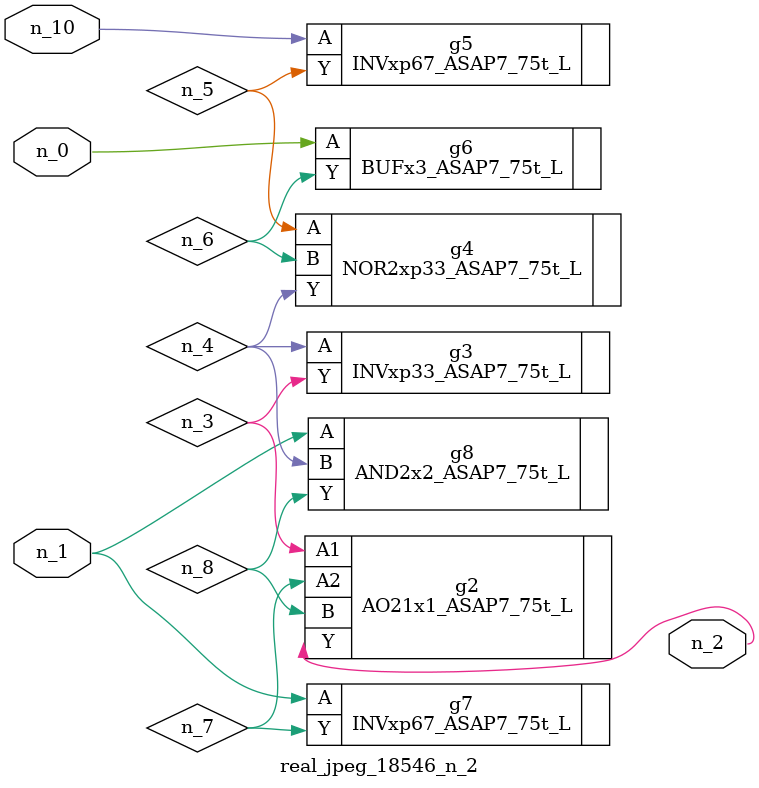
<source format=v>
module real_jpeg_18546_n_2 (n_1, n_10, n_0, n_2);

input n_1;
input n_10;
input n_0;

output n_2;

wire n_5;
wire n_4;
wire n_8;
wire n_6;
wire n_7;
wire n_3;

BUFx3_ASAP7_75t_L g6 ( 
.A(n_0),
.Y(n_6)
);

INVxp67_ASAP7_75t_L g7 ( 
.A(n_1),
.Y(n_7)
);

AND2x2_ASAP7_75t_L g8 ( 
.A(n_1),
.B(n_4),
.Y(n_8)
);

AO21x1_ASAP7_75t_L g2 ( 
.A1(n_3),
.A2(n_7),
.B(n_8),
.Y(n_2)
);

INVxp33_ASAP7_75t_L g3 ( 
.A(n_4),
.Y(n_3)
);

NOR2xp33_ASAP7_75t_L g4 ( 
.A(n_5),
.B(n_6),
.Y(n_4)
);

INVxp67_ASAP7_75t_L g5 ( 
.A(n_10),
.Y(n_5)
);


endmodule
</source>
